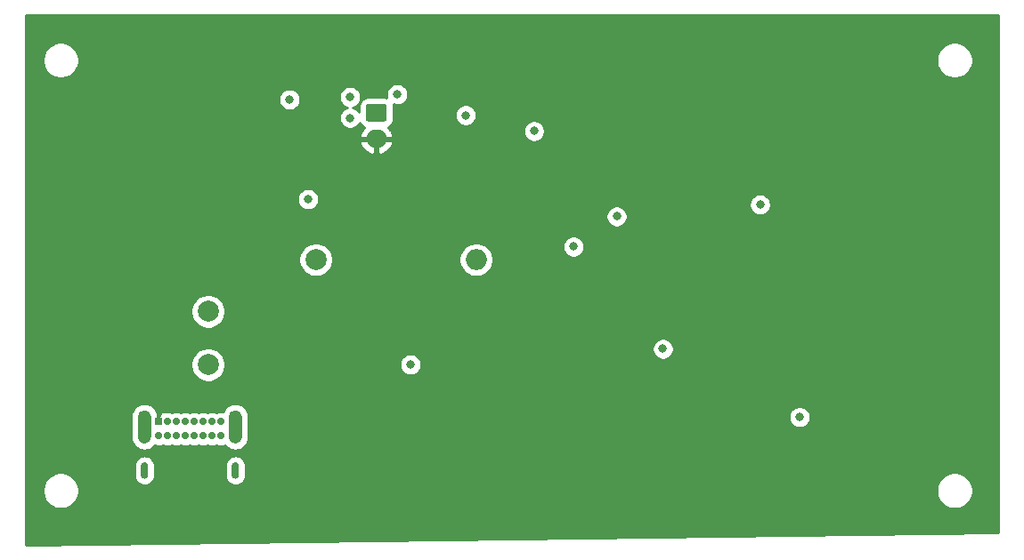
<source format=gbr>
%TF.GenerationSoftware,KiCad,Pcbnew,(5.1.10)-1*%
%TF.CreationDate,2022-10-02T14:19:25-06:00*%
%TF.ProjectId,PowerSupply,506f7765-7253-4757-9070-6c792e6b6963,rev?*%
%TF.SameCoordinates,Original*%
%TF.FileFunction,Copper,L3,Inr*%
%TF.FilePolarity,Positive*%
%FSLAX46Y46*%
G04 Gerber Fmt 4.6, Leading zero omitted, Abs format (unit mm)*
G04 Created by KiCad (PCBNEW (5.1.10)-1) date 2022-10-02 14:19:25*
%MOMM*%
%LPD*%
G01*
G04 APERTURE LIST*
%TA.AperFunction,ComponentPad*%
%ADD10O,2.000000X2.000000*%
%TD*%
%TA.AperFunction,ComponentPad*%
%ADD11C,2.000000*%
%TD*%
%TA.AperFunction,ComponentPad*%
%ADD12O,2.000000X1.700000*%
%TD*%
%TA.AperFunction,ComponentPad*%
%ADD13C,0.700000*%
%TD*%
%TA.AperFunction,ComponentPad*%
%ADD14R,0.700000X0.700000*%
%TD*%
%TA.AperFunction,ViaPad*%
%ADD15C,0.800000*%
%TD*%
%TA.AperFunction,Conductor*%
%ADD16C,0.254000*%
%TD*%
%TA.AperFunction,Conductor*%
%ADD17C,0.100000*%
%TD*%
G04 APERTURE END LIST*
D10*
%TO.N,Net-(D201-Pad2)*%
%TO.C,L201*%
X87560000Y-67100000D03*
D11*
%TO.N,VCC*%
X72320000Y-67100000D03*
%TD*%
D12*
%TO.N,GND*%
%TO.C,J302*%
X78070000Y-55600000D03*
%TO.N,+BATT*%
%TA.AperFunction,ComponentPad*%
G36*
G01*
X77320000Y-52250000D02*
X78820000Y-52250000D01*
G75*
G02*
X79070000Y-52500000I0J-250000D01*
G01*
X79070000Y-53700000D01*
G75*
G02*
X78820000Y-53950000I-250000J0D01*
G01*
X77320000Y-53950000D01*
G75*
G02*
X77070000Y-53700000I0J250000D01*
G01*
X77070000Y-52500000D01*
G75*
G02*
X77320000Y-52250000I250000J0D01*
G01*
G37*
%TD.AperFunction*%
%TD*%
%TO.N,N/C*%
%TO.C,e*%
%TA.AperFunction,ComponentPad*%
G36*
G01*
X64315000Y-87635001D02*
X64315000Y-86735001D01*
G75*
G02*
X64665000Y-86385001I350000J0D01*
G01*
X64665000Y-86385001D01*
G75*
G02*
X65015000Y-86735001I0J-350000D01*
G01*
X65015000Y-87635001D01*
G75*
G02*
X64665000Y-87985001I-350000J0D01*
G01*
X64665000Y-87985001D01*
G75*
G02*
X64315000Y-87635001I0J350000D01*
G01*
G37*
%TD.AperFunction*%
%TA.AperFunction,ComponentPad*%
G36*
G01*
X55675000Y-87635001D02*
X55675000Y-86735001D01*
G75*
G02*
X56025000Y-86385001I350000J0D01*
G01*
X56025000Y-86385001D01*
G75*
G02*
X56375000Y-86735001I0J-350000D01*
G01*
X56375000Y-87635001D01*
G75*
G02*
X56025000Y-87985001I-350000J0D01*
G01*
X56025000Y-87985001D01*
G75*
G02*
X55675000Y-87635001I0J350000D01*
G01*
G37*
%TD.AperFunction*%
D13*
X57370000Y-83885002D03*
X58220000Y-83885002D03*
X59070000Y-83885002D03*
X59920000Y-83885002D03*
X60770000Y-83885002D03*
X61620000Y-83885002D03*
X62470000Y-83885002D03*
X63320000Y-83885002D03*
%TO.N,GND*%
X63320000Y-82535001D03*
%TO.N,Net-(FB301-Pad1)*%
X62470000Y-82535001D03*
%TO.N,N/C*%
X61620000Y-82535001D03*
X60770000Y-82535001D03*
X59920000Y-82535001D03*
X59070000Y-82535001D03*
%TO.N,Net-(FB301-Pad1)*%
X58220000Y-82535001D03*
D14*
%TO.N,GND*%
X57370000Y-82535001D03*
%TO.N,N/C*%
%TA.AperFunction,ComponentPad*%
G36*
G01*
X64015000Y-83985001D02*
X64015000Y-82085001D01*
G75*
G02*
X64665000Y-81435001I650000J0D01*
G01*
X64665000Y-81435001D01*
G75*
G02*
X65315000Y-82085001I0J-650000D01*
G01*
X65315000Y-83985001D01*
G75*
G02*
X64665000Y-84635001I-650000J0D01*
G01*
X64665000Y-84635001D01*
G75*
G02*
X64015000Y-83985001I0J650000D01*
G01*
G37*
%TD.AperFunction*%
%TA.AperFunction,ComponentPad*%
G36*
G01*
X55375000Y-83985001D02*
X55375000Y-82085001D01*
G75*
G02*
X56025000Y-81435001I650000J0D01*
G01*
X56025000Y-81435001D01*
G75*
G02*
X56675000Y-82085001I0J-650000D01*
G01*
X56675000Y-83985001D01*
G75*
G02*
X56025000Y-84635001I-650000J0D01*
G01*
X56025000Y-84635001D01*
G75*
G02*
X55375000Y-83985001I0J650000D01*
G01*
G37*
%TD.AperFunction*%
%TD*%
D11*
%TO.N,Net-(FB301-Pad1)*%
%TO.C,FB301*%
X62070000Y-77100000D03*
%TO.N,VBUS*%
X62070000Y-72020000D03*
%TD*%
D15*
%TO.N,GND*%
X65570000Y-80600000D03*
X86820000Y-56850000D03*
X88320000Y-61100000D03*
X60320000Y-46350000D03*
X57320000Y-48100000D03*
X57820000Y-51100000D03*
X59820000Y-48850000D03*
X58820000Y-54350000D03*
X55570000Y-53600000D03*
X55820000Y-45600000D03*
X55570000Y-50100000D03*
X61070000Y-51350000D03*
X54820000Y-56600000D03*
X57070000Y-61350000D03*
X54320000Y-59850000D03*
X55070000Y-65350000D03*
X57570000Y-69600000D03*
X54320000Y-62850000D03*
X54320000Y-70100000D03*
X55320000Y-67850000D03*
X58570000Y-62600000D03*
X76195000Y-78225000D03*
X105570000Y-70100000D03*
X109570000Y-44850000D03*
X114570000Y-45850000D03*
X115070000Y-49100000D03*
X121570000Y-46850000D03*
X118570000Y-45350000D03*
X118570000Y-48850000D03*
X119820000Y-52350000D03*
X117070000Y-53600000D03*
X111570000Y-52100000D03*
X109570000Y-49850000D03*
X110820000Y-47100000D03*
X112820000Y-49850000D03*
X115070000Y-51850000D03*
X122070000Y-50100000D03*
X117570000Y-50850000D03*
X119320000Y-55600000D03*
X113820000Y-54350000D03*
X112320000Y-44350000D03*
X116820000Y-47100000D03*
X121320000Y-44600000D03*
X107320000Y-87850000D03*
X115570000Y-82350000D03*
X112820000Y-75850000D03*
X97570000Y-76600000D03*
X86320000Y-74600000D03*
X86570000Y-76350000D03*
X88820000Y-74850000D03*
X88320000Y-76850000D03*
X74570000Y-57600000D03*
X72820000Y-59100000D03*
X72820000Y-57350000D03*
X69070000Y-60012500D03*
X77320000Y-58850000D03*
X121570000Y-77350000D03*
X123570000Y-77600000D03*
X122570000Y-70850000D03*
X122570000Y-75100000D03*
X121820000Y-72850000D03*
X122820000Y-66100000D03*
X121820000Y-68600000D03*
X121320000Y-62850000D03*
X122820000Y-59350000D03*
X122820000Y-62350000D03*
X122320000Y-56850000D03*
X122070000Y-53850000D03*
X121570000Y-80100000D03*
X123570000Y-81100000D03*
X122820000Y-89850000D03*
X124070000Y-88100000D03*
X122820000Y-85350000D03*
X123570000Y-83350000D03*
X53320000Y-73350000D03*
X53320000Y-75100000D03*
X53320000Y-77600000D03*
%TO.N,Net-(C202-Pad1)*%
X86570000Y-53350000D03*
X93070000Y-54850000D03*
%TO.N,+BATT*%
X81320000Y-77100000D03*
X80070000Y-51350000D03*
X75570000Y-51600000D03*
X75570000Y-53600000D03*
X69820000Y-51850000D03*
%TO.N,Net-(R206-Pad1)*%
X96820000Y-65850000D03*
X105320000Y-75600000D03*
%TO.N,Net-(R209-Pad2)*%
X100935000Y-62985000D03*
X114570000Y-61850000D03*
%TO.N,CHG_STAT*%
X71570000Y-61350000D03*
X118320000Y-82100000D03*
%TD*%
D16*
%TO.N,GND*%
X137193000Y-93044728D02*
X44737000Y-94311248D01*
X44737000Y-88929117D01*
X46335000Y-88929117D01*
X46335000Y-89270883D01*
X46401675Y-89606081D01*
X46532463Y-89921831D01*
X46722337Y-90205998D01*
X46964002Y-90447663D01*
X47248169Y-90637537D01*
X47563919Y-90768325D01*
X47899117Y-90835000D01*
X48240883Y-90835000D01*
X48576081Y-90768325D01*
X48891831Y-90637537D01*
X49175998Y-90447663D01*
X49417663Y-90205998D01*
X49607537Y-89921831D01*
X49738325Y-89606081D01*
X49805000Y-89270883D01*
X49805000Y-88929117D01*
X131335000Y-88929117D01*
X131335000Y-89270883D01*
X131401675Y-89606081D01*
X131532463Y-89921831D01*
X131722337Y-90205998D01*
X131964002Y-90447663D01*
X132248169Y-90637537D01*
X132563919Y-90768325D01*
X132899117Y-90835000D01*
X133240883Y-90835000D01*
X133576081Y-90768325D01*
X133891831Y-90637537D01*
X134175998Y-90447663D01*
X134417663Y-90205998D01*
X134607537Y-89921831D01*
X134738325Y-89606081D01*
X134805000Y-89270883D01*
X134805000Y-88929117D01*
X134738325Y-88593919D01*
X134607537Y-88278169D01*
X134417663Y-87994002D01*
X134175998Y-87752337D01*
X133891831Y-87562463D01*
X133576081Y-87431675D01*
X133240883Y-87365000D01*
X132899117Y-87365000D01*
X132563919Y-87431675D01*
X132248169Y-87562463D01*
X131964002Y-87752337D01*
X131722337Y-87994002D01*
X131532463Y-88278169D01*
X131401675Y-88593919D01*
X131335000Y-88929117D01*
X49805000Y-88929117D01*
X49738325Y-88593919D01*
X49607537Y-88278169D01*
X49417663Y-87994002D01*
X49175998Y-87752337D01*
X48891831Y-87562463D01*
X48576081Y-87431675D01*
X48240883Y-87365000D01*
X47899117Y-87365000D01*
X47563919Y-87431675D01*
X47248169Y-87562463D01*
X46964002Y-87752337D01*
X46722337Y-87994002D01*
X46532463Y-88278169D01*
X46401675Y-88593919D01*
X46335000Y-88929117D01*
X44737000Y-88929117D01*
X44737000Y-86735001D01*
X55036927Y-86735001D01*
X55036927Y-87635001D01*
X55055913Y-87827764D01*
X55112140Y-88013120D01*
X55203447Y-88183944D01*
X55326327Y-88333673D01*
X55476056Y-88456553D01*
X55646880Y-88547860D01*
X55832236Y-88604087D01*
X56024999Y-88623073D01*
X56025001Y-88623073D01*
X56217764Y-88604087D01*
X56403120Y-88547860D01*
X56573944Y-88456553D01*
X56723673Y-88333673D01*
X56846553Y-88183944D01*
X56937860Y-88013120D01*
X56994087Y-87827764D01*
X57013073Y-87635001D01*
X57013073Y-86735001D01*
X63676927Y-86735001D01*
X63676927Y-87635001D01*
X63695913Y-87827764D01*
X63752140Y-88013120D01*
X63843447Y-88183944D01*
X63966327Y-88333673D01*
X64116056Y-88456553D01*
X64286880Y-88547860D01*
X64472236Y-88604087D01*
X64664999Y-88623073D01*
X64665001Y-88623073D01*
X64857764Y-88604087D01*
X65043120Y-88547860D01*
X65213944Y-88456553D01*
X65363673Y-88333673D01*
X65486553Y-88183944D01*
X65577860Y-88013120D01*
X65634087Y-87827764D01*
X65653073Y-87635001D01*
X65653073Y-86735001D01*
X65634087Y-86542238D01*
X65577860Y-86356882D01*
X65486553Y-86186058D01*
X65363673Y-86036329D01*
X65213944Y-85913449D01*
X65043120Y-85822142D01*
X64857764Y-85765915D01*
X64665001Y-85746929D01*
X64664999Y-85746929D01*
X64472236Y-85765915D01*
X64286880Y-85822142D01*
X64116056Y-85913449D01*
X63966327Y-86036329D01*
X63843447Y-86186058D01*
X63752140Y-86356882D01*
X63695913Y-86542238D01*
X63676927Y-86735001D01*
X57013073Y-86735001D01*
X56994087Y-86542238D01*
X56937860Y-86356882D01*
X56846553Y-86186058D01*
X56723673Y-86036329D01*
X56573944Y-85913449D01*
X56403120Y-85822142D01*
X56217764Y-85765915D01*
X56025001Y-85746929D01*
X56024999Y-85746929D01*
X55832236Y-85765915D01*
X55646880Y-85822142D01*
X55476056Y-85913449D01*
X55326327Y-86036329D01*
X55203447Y-86186058D01*
X55112140Y-86356882D01*
X55055913Y-86542238D01*
X55036927Y-86735001D01*
X44737000Y-86735001D01*
X44737000Y-82085001D01*
X54736927Y-82085001D01*
X54736927Y-83985001D01*
X54761677Y-84236291D01*
X54834976Y-84477925D01*
X54954006Y-84700615D01*
X55114195Y-84895805D01*
X55309385Y-85055994D01*
X55532075Y-85175024D01*
X55773709Y-85248323D01*
X56024999Y-85273073D01*
X56025001Y-85273073D01*
X56276291Y-85248323D01*
X56517925Y-85175024D01*
X56740615Y-85055994D01*
X56935805Y-84895805D01*
X57012056Y-84802893D01*
X57082686Y-84832149D01*
X57272986Y-84870002D01*
X57467014Y-84870002D01*
X57657314Y-84832149D01*
X57795000Y-84775118D01*
X57932686Y-84832149D01*
X58122986Y-84870002D01*
X58317014Y-84870002D01*
X58507314Y-84832149D01*
X58645000Y-84775118D01*
X58782686Y-84832149D01*
X58972986Y-84870002D01*
X59167014Y-84870002D01*
X59357314Y-84832149D01*
X59495000Y-84775118D01*
X59632686Y-84832149D01*
X59822986Y-84870002D01*
X60017014Y-84870002D01*
X60207314Y-84832149D01*
X60345000Y-84775118D01*
X60482686Y-84832149D01*
X60672986Y-84870002D01*
X60867014Y-84870002D01*
X61057314Y-84832149D01*
X61195000Y-84775118D01*
X61332686Y-84832149D01*
X61522986Y-84870002D01*
X61717014Y-84870002D01*
X61907314Y-84832149D01*
X62045000Y-84775118D01*
X62182686Y-84832149D01*
X62372986Y-84870002D01*
X62567014Y-84870002D01*
X62757314Y-84832149D01*
X62895000Y-84775118D01*
X63032686Y-84832149D01*
X63222986Y-84870002D01*
X63417014Y-84870002D01*
X63607314Y-84832149D01*
X63677944Y-84802893D01*
X63754195Y-84895805D01*
X63949385Y-85055994D01*
X64172075Y-85175024D01*
X64413709Y-85248323D01*
X64664999Y-85273073D01*
X64665001Y-85273073D01*
X64916291Y-85248323D01*
X65157925Y-85175024D01*
X65380615Y-85055994D01*
X65575805Y-84895805D01*
X65735994Y-84700615D01*
X65855024Y-84477925D01*
X65928323Y-84236291D01*
X65953073Y-83985001D01*
X65953073Y-82085001D01*
X65944511Y-81998061D01*
X117285000Y-81998061D01*
X117285000Y-82201939D01*
X117324774Y-82401898D01*
X117402795Y-82590256D01*
X117516063Y-82759774D01*
X117660226Y-82903937D01*
X117829744Y-83017205D01*
X118018102Y-83095226D01*
X118218061Y-83135000D01*
X118421939Y-83135000D01*
X118621898Y-83095226D01*
X118810256Y-83017205D01*
X118979774Y-82903937D01*
X119123937Y-82759774D01*
X119237205Y-82590256D01*
X119315226Y-82401898D01*
X119355000Y-82201939D01*
X119355000Y-81998061D01*
X119315226Y-81798102D01*
X119237205Y-81609744D01*
X119123937Y-81440226D01*
X118979774Y-81296063D01*
X118810256Y-81182795D01*
X118621898Y-81104774D01*
X118421939Y-81065000D01*
X118218061Y-81065000D01*
X118018102Y-81104774D01*
X117829744Y-81182795D01*
X117660226Y-81296063D01*
X117516063Y-81440226D01*
X117402795Y-81609744D01*
X117324774Y-81798102D01*
X117285000Y-81998061D01*
X65944511Y-81998061D01*
X65928323Y-81833711D01*
X65855024Y-81592077D01*
X65735994Y-81369387D01*
X65575805Y-81174197D01*
X65380615Y-81014008D01*
X65157925Y-80894978D01*
X64916291Y-80821679D01*
X64665001Y-80796929D01*
X64664999Y-80796929D01*
X64413709Y-80821679D01*
X64172075Y-80894978D01*
X63949385Y-81014008D01*
X63754195Y-81174197D01*
X63594006Y-81369387D01*
X63489852Y-81564247D01*
X63425656Y-81550891D01*
X63231636Y-81549188D01*
X63041011Y-81585369D01*
X62894349Y-81644616D01*
X62757314Y-81587854D01*
X62567014Y-81550001D01*
X62372986Y-81550001D01*
X62182686Y-81587854D01*
X62045000Y-81644885D01*
X61907314Y-81587854D01*
X61717014Y-81550001D01*
X61522986Y-81550001D01*
X61332686Y-81587854D01*
X61195000Y-81644885D01*
X61057314Y-81587854D01*
X60867014Y-81550001D01*
X60672986Y-81550001D01*
X60482686Y-81587854D01*
X60345000Y-81644885D01*
X60207314Y-81587854D01*
X60017014Y-81550001D01*
X59822986Y-81550001D01*
X59632686Y-81587854D01*
X59495000Y-81644885D01*
X59357314Y-81587854D01*
X59167014Y-81550001D01*
X58972986Y-81550001D01*
X58782686Y-81587854D01*
X58645000Y-81644885D01*
X58507314Y-81587854D01*
X58317014Y-81550001D01*
X58122986Y-81550001D01*
X57936486Y-81587098D01*
X57844482Y-81559189D01*
X57720000Y-81546929D01*
X57655750Y-81550001D01*
X57497000Y-81708751D01*
X57497000Y-81865001D01*
X57454901Y-81907100D01*
X57347104Y-82068429D01*
X57313073Y-82150587D01*
X57313073Y-82085001D01*
X57288323Y-81833711D01*
X57215024Y-81592077D01*
X57095994Y-81369387D01*
X56935805Y-81174197D01*
X56740615Y-81014008D01*
X56517925Y-80894978D01*
X56276291Y-80821679D01*
X56025001Y-80796929D01*
X56024999Y-80796929D01*
X55773709Y-80821679D01*
X55532075Y-80894978D01*
X55309385Y-81014008D01*
X55114195Y-81174197D01*
X54954006Y-81369387D01*
X54834976Y-81592077D01*
X54761677Y-81833711D01*
X54736927Y-82085001D01*
X44737000Y-82085001D01*
X44737000Y-76938967D01*
X60435000Y-76938967D01*
X60435000Y-77261033D01*
X60497832Y-77576912D01*
X60621082Y-77874463D01*
X60800013Y-78142252D01*
X61027748Y-78369987D01*
X61295537Y-78548918D01*
X61593088Y-78672168D01*
X61908967Y-78735000D01*
X62231033Y-78735000D01*
X62546912Y-78672168D01*
X62844463Y-78548918D01*
X63112252Y-78369987D01*
X63339987Y-78142252D01*
X63518918Y-77874463D01*
X63642168Y-77576912D01*
X63705000Y-77261033D01*
X63705000Y-76998061D01*
X80285000Y-76998061D01*
X80285000Y-77201939D01*
X80324774Y-77401898D01*
X80402795Y-77590256D01*
X80516063Y-77759774D01*
X80660226Y-77903937D01*
X80829744Y-78017205D01*
X81018102Y-78095226D01*
X81218061Y-78135000D01*
X81421939Y-78135000D01*
X81621898Y-78095226D01*
X81810256Y-78017205D01*
X81979774Y-77903937D01*
X82123937Y-77759774D01*
X82237205Y-77590256D01*
X82315226Y-77401898D01*
X82355000Y-77201939D01*
X82355000Y-76998061D01*
X82315226Y-76798102D01*
X82237205Y-76609744D01*
X82123937Y-76440226D01*
X81979774Y-76296063D01*
X81810256Y-76182795D01*
X81621898Y-76104774D01*
X81421939Y-76065000D01*
X81218061Y-76065000D01*
X81018102Y-76104774D01*
X80829744Y-76182795D01*
X80660226Y-76296063D01*
X80516063Y-76440226D01*
X80402795Y-76609744D01*
X80324774Y-76798102D01*
X80285000Y-76998061D01*
X63705000Y-76998061D01*
X63705000Y-76938967D01*
X63642168Y-76623088D01*
X63518918Y-76325537D01*
X63339987Y-76057748D01*
X63112252Y-75830013D01*
X62844463Y-75651082D01*
X62546912Y-75527832D01*
X62397243Y-75498061D01*
X104285000Y-75498061D01*
X104285000Y-75701939D01*
X104324774Y-75901898D01*
X104402795Y-76090256D01*
X104516063Y-76259774D01*
X104660226Y-76403937D01*
X104829744Y-76517205D01*
X105018102Y-76595226D01*
X105218061Y-76635000D01*
X105421939Y-76635000D01*
X105621898Y-76595226D01*
X105810256Y-76517205D01*
X105979774Y-76403937D01*
X106123937Y-76259774D01*
X106237205Y-76090256D01*
X106315226Y-75901898D01*
X106355000Y-75701939D01*
X106355000Y-75498061D01*
X106315226Y-75298102D01*
X106237205Y-75109744D01*
X106123937Y-74940226D01*
X105979774Y-74796063D01*
X105810256Y-74682795D01*
X105621898Y-74604774D01*
X105421939Y-74565000D01*
X105218061Y-74565000D01*
X105018102Y-74604774D01*
X104829744Y-74682795D01*
X104660226Y-74796063D01*
X104516063Y-74940226D01*
X104402795Y-75109744D01*
X104324774Y-75298102D01*
X104285000Y-75498061D01*
X62397243Y-75498061D01*
X62231033Y-75465000D01*
X61908967Y-75465000D01*
X61593088Y-75527832D01*
X61295537Y-75651082D01*
X61027748Y-75830013D01*
X60800013Y-76057748D01*
X60621082Y-76325537D01*
X60497832Y-76623088D01*
X60435000Y-76938967D01*
X44737000Y-76938967D01*
X44737000Y-71858967D01*
X60435000Y-71858967D01*
X60435000Y-72181033D01*
X60497832Y-72496912D01*
X60621082Y-72794463D01*
X60800013Y-73062252D01*
X61027748Y-73289987D01*
X61295537Y-73468918D01*
X61593088Y-73592168D01*
X61908967Y-73655000D01*
X62231033Y-73655000D01*
X62546912Y-73592168D01*
X62844463Y-73468918D01*
X63112252Y-73289987D01*
X63339987Y-73062252D01*
X63518918Y-72794463D01*
X63642168Y-72496912D01*
X63705000Y-72181033D01*
X63705000Y-71858967D01*
X63642168Y-71543088D01*
X63518918Y-71245537D01*
X63339987Y-70977748D01*
X63112252Y-70750013D01*
X62844463Y-70571082D01*
X62546912Y-70447832D01*
X62231033Y-70385000D01*
X61908967Y-70385000D01*
X61593088Y-70447832D01*
X61295537Y-70571082D01*
X61027748Y-70750013D01*
X60800013Y-70977748D01*
X60621082Y-71245537D01*
X60497832Y-71543088D01*
X60435000Y-71858967D01*
X44737000Y-71858967D01*
X44737000Y-66938967D01*
X70685000Y-66938967D01*
X70685000Y-67261033D01*
X70747832Y-67576912D01*
X70871082Y-67874463D01*
X71050013Y-68142252D01*
X71277748Y-68369987D01*
X71545537Y-68548918D01*
X71843088Y-68672168D01*
X72158967Y-68735000D01*
X72481033Y-68735000D01*
X72796912Y-68672168D01*
X73094463Y-68548918D01*
X73362252Y-68369987D01*
X73589987Y-68142252D01*
X73768918Y-67874463D01*
X73892168Y-67576912D01*
X73955000Y-67261033D01*
X73955000Y-66938967D01*
X85925000Y-66938967D01*
X85925000Y-67261033D01*
X85987832Y-67576912D01*
X86111082Y-67874463D01*
X86290013Y-68142252D01*
X86517748Y-68369987D01*
X86785537Y-68548918D01*
X87083088Y-68672168D01*
X87398967Y-68735000D01*
X87721033Y-68735000D01*
X88036912Y-68672168D01*
X88334463Y-68548918D01*
X88602252Y-68369987D01*
X88829987Y-68142252D01*
X89008918Y-67874463D01*
X89132168Y-67576912D01*
X89195000Y-67261033D01*
X89195000Y-66938967D01*
X89132168Y-66623088D01*
X89008918Y-66325537D01*
X88829987Y-66057748D01*
X88602252Y-65830013D01*
X88479603Y-65748061D01*
X95785000Y-65748061D01*
X95785000Y-65951939D01*
X95824774Y-66151898D01*
X95902795Y-66340256D01*
X96016063Y-66509774D01*
X96160226Y-66653937D01*
X96329744Y-66767205D01*
X96518102Y-66845226D01*
X96718061Y-66885000D01*
X96921939Y-66885000D01*
X97121898Y-66845226D01*
X97310256Y-66767205D01*
X97479774Y-66653937D01*
X97623937Y-66509774D01*
X97737205Y-66340256D01*
X97815226Y-66151898D01*
X97855000Y-65951939D01*
X97855000Y-65748061D01*
X97815226Y-65548102D01*
X97737205Y-65359744D01*
X97623937Y-65190226D01*
X97479774Y-65046063D01*
X97310256Y-64932795D01*
X97121898Y-64854774D01*
X96921939Y-64815000D01*
X96718061Y-64815000D01*
X96518102Y-64854774D01*
X96329744Y-64932795D01*
X96160226Y-65046063D01*
X96016063Y-65190226D01*
X95902795Y-65359744D01*
X95824774Y-65548102D01*
X95785000Y-65748061D01*
X88479603Y-65748061D01*
X88334463Y-65651082D01*
X88036912Y-65527832D01*
X87721033Y-65465000D01*
X87398967Y-65465000D01*
X87083088Y-65527832D01*
X86785537Y-65651082D01*
X86517748Y-65830013D01*
X86290013Y-66057748D01*
X86111082Y-66325537D01*
X85987832Y-66623088D01*
X85925000Y-66938967D01*
X73955000Y-66938967D01*
X73892168Y-66623088D01*
X73768918Y-66325537D01*
X73589987Y-66057748D01*
X73362252Y-65830013D01*
X73094463Y-65651082D01*
X72796912Y-65527832D01*
X72481033Y-65465000D01*
X72158967Y-65465000D01*
X71843088Y-65527832D01*
X71545537Y-65651082D01*
X71277748Y-65830013D01*
X71050013Y-66057748D01*
X70871082Y-66325537D01*
X70747832Y-66623088D01*
X70685000Y-66938967D01*
X44737000Y-66938967D01*
X44737000Y-62883061D01*
X99900000Y-62883061D01*
X99900000Y-63086939D01*
X99939774Y-63286898D01*
X100017795Y-63475256D01*
X100131063Y-63644774D01*
X100275226Y-63788937D01*
X100444744Y-63902205D01*
X100633102Y-63980226D01*
X100833061Y-64020000D01*
X101036939Y-64020000D01*
X101236898Y-63980226D01*
X101425256Y-63902205D01*
X101594774Y-63788937D01*
X101738937Y-63644774D01*
X101852205Y-63475256D01*
X101930226Y-63286898D01*
X101970000Y-63086939D01*
X101970000Y-62883061D01*
X101930226Y-62683102D01*
X101852205Y-62494744D01*
X101738937Y-62325226D01*
X101594774Y-62181063D01*
X101425256Y-62067795D01*
X101236898Y-61989774D01*
X101036939Y-61950000D01*
X100833061Y-61950000D01*
X100633102Y-61989774D01*
X100444744Y-62067795D01*
X100275226Y-62181063D01*
X100131063Y-62325226D01*
X100017795Y-62494744D01*
X99939774Y-62683102D01*
X99900000Y-62883061D01*
X44737000Y-62883061D01*
X44737000Y-61248061D01*
X70535000Y-61248061D01*
X70535000Y-61451939D01*
X70574774Y-61651898D01*
X70652795Y-61840256D01*
X70766063Y-62009774D01*
X70910226Y-62153937D01*
X71079744Y-62267205D01*
X71268102Y-62345226D01*
X71468061Y-62385000D01*
X71671939Y-62385000D01*
X71871898Y-62345226D01*
X72060256Y-62267205D01*
X72229774Y-62153937D01*
X72373937Y-62009774D01*
X72487205Y-61840256D01*
X72525393Y-61748061D01*
X113535000Y-61748061D01*
X113535000Y-61951939D01*
X113574774Y-62151898D01*
X113652795Y-62340256D01*
X113766063Y-62509774D01*
X113910226Y-62653937D01*
X114079744Y-62767205D01*
X114268102Y-62845226D01*
X114468061Y-62885000D01*
X114671939Y-62885000D01*
X114871898Y-62845226D01*
X115060256Y-62767205D01*
X115229774Y-62653937D01*
X115373937Y-62509774D01*
X115487205Y-62340256D01*
X115565226Y-62151898D01*
X115605000Y-61951939D01*
X115605000Y-61748061D01*
X115565226Y-61548102D01*
X115487205Y-61359744D01*
X115373937Y-61190226D01*
X115229774Y-61046063D01*
X115060256Y-60932795D01*
X114871898Y-60854774D01*
X114671939Y-60815000D01*
X114468061Y-60815000D01*
X114268102Y-60854774D01*
X114079744Y-60932795D01*
X113910226Y-61046063D01*
X113766063Y-61190226D01*
X113652795Y-61359744D01*
X113574774Y-61548102D01*
X113535000Y-61748061D01*
X72525393Y-61748061D01*
X72565226Y-61651898D01*
X72605000Y-61451939D01*
X72605000Y-61248061D01*
X72565226Y-61048102D01*
X72487205Y-60859744D01*
X72373937Y-60690226D01*
X72229774Y-60546063D01*
X72060256Y-60432795D01*
X71871898Y-60354774D01*
X71671939Y-60315000D01*
X71468061Y-60315000D01*
X71268102Y-60354774D01*
X71079744Y-60432795D01*
X70910226Y-60546063D01*
X70766063Y-60690226D01*
X70652795Y-60859744D01*
X70574774Y-61048102D01*
X70535000Y-61248061D01*
X44737000Y-61248061D01*
X44737000Y-55956890D01*
X76478524Y-55956890D01*
X76480446Y-55969261D01*
X76580146Y-56243009D01*
X76731336Y-56492046D01*
X76928205Y-56706802D01*
X77163188Y-56879025D01*
X77427255Y-57002096D01*
X77710258Y-57071285D01*
X77943000Y-56927232D01*
X77943000Y-55727000D01*
X78197000Y-55727000D01*
X78197000Y-56927232D01*
X78429742Y-57071285D01*
X78712745Y-57002096D01*
X78976812Y-56879025D01*
X79211795Y-56706802D01*
X79408664Y-56492046D01*
X79559854Y-56243009D01*
X79659554Y-55969261D01*
X79661476Y-55956890D01*
X79540155Y-55727000D01*
X78197000Y-55727000D01*
X77943000Y-55727000D01*
X76599845Y-55727000D01*
X76478524Y-55956890D01*
X44737000Y-55956890D01*
X44737000Y-51748061D01*
X68785000Y-51748061D01*
X68785000Y-51951939D01*
X68824774Y-52151898D01*
X68902795Y-52340256D01*
X69016063Y-52509774D01*
X69160226Y-52653937D01*
X69329744Y-52767205D01*
X69518102Y-52845226D01*
X69718061Y-52885000D01*
X69921939Y-52885000D01*
X70121898Y-52845226D01*
X70310256Y-52767205D01*
X70479774Y-52653937D01*
X70623937Y-52509774D01*
X70737205Y-52340256D01*
X70815226Y-52151898D01*
X70855000Y-51951939D01*
X70855000Y-51748061D01*
X70815226Y-51548102D01*
X70794499Y-51498061D01*
X74535000Y-51498061D01*
X74535000Y-51701939D01*
X74574774Y-51901898D01*
X74652795Y-52090256D01*
X74766063Y-52259774D01*
X74910226Y-52403937D01*
X75079744Y-52517205D01*
X75268102Y-52595226D01*
X75292103Y-52600000D01*
X75268102Y-52604774D01*
X75079744Y-52682795D01*
X74910226Y-52796063D01*
X74766063Y-52940226D01*
X74652795Y-53109744D01*
X74574774Y-53298102D01*
X74535000Y-53498061D01*
X74535000Y-53701939D01*
X74574774Y-53901898D01*
X74652795Y-54090256D01*
X74766063Y-54259774D01*
X74910226Y-54403937D01*
X75079744Y-54517205D01*
X75268102Y-54595226D01*
X75468061Y-54635000D01*
X75671939Y-54635000D01*
X75871898Y-54595226D01*
X76060256Y-54517205D01*
X76229774Y-54403937D01*
X76373937Y-54259774D01*
X76487205Y-54090256D01*
X76504348Y-54048868D01*
X76581595Y-54193386D01*
X76692038Y-54327962D01*
X76826614Y-54438405D01*
X76928593Y-54492914D01*
X76928205Y-54493198D01*
X76731336Y-54707954D01*
X76580146Y-54956991D01*
X76480446Y-55230739D01*
X76478524Y-55243110D01*
X76599845Y-55473000D01*
X77943000Y-55473000D01*
X77943000Y-55453000D01*
X78197000Y-55453000D01*
X78197000Y-55473000D01*
X79540155Y-55473000D01*
X79661476Y-55243110D01*
X79659554Y-55230739D01*
X79559854Y-54956991D01*
X79433013Y-54748061D01*
X92035000Y-54748061D01*
X92035000Y-54951939D01*
X92074774Y-55151898D01*
X92152795Y-55340256D01*
X92266063Y-55509774D01*
X92410226Y-55653937D01*
X92579744Y-55767205D01*
X92768102Y-55845226D01*
X92968061Y-55885000D01*
X93171939Y-55885000D01*
X93371898Y-55845226D01*
X93560256Y-55767205D01*
X93729774Y-55653937D01*
X93873937Y-55509774D01*
X93987205Y-55340256D01*
X94065226Y-55151898D01*
X94105000Y-54951939D01*
X94105000Y-54748061D01*
X94065226Y-54548102D01*
X93987205Y-54359744D01*
X93873937Y-54190226D01*
X93729774Y-54046063D01*
X93560256Y-53932795D01*
X93371898Y-53854774D01*
X93171939Y-53815000D01*
X92968061Y-53815000D01*
X92768102Y-53854774D01*
X92579744Y-53932795D01*
X92410226Y-54046063D01*
X92266063Y-54190226D01*
X92152795Y-54359744D01*
X92074774Y-54548102D01*
X92035000Y-54748061D01*
X79433013Y-54748061D01*
X79408664Y-54707954D01*
X79211795Y-54493198D01*
X79211407Y-54492914D01*
X79313386Y-54438405D01*
X79447962Y-54327962D01*
X79558405Y-54193386D01*
X79640472Y-54039850D01*
X79691008Y-53873254D01*
X79708072Y-53700000D01*
X79708072Y-53248061D01*
X85535000Y-53248061D01*
X85535000Y-53451939D01*
X85574774Y-53651898D01*
X85652795Y-53840256D01*
X85766063Y-54009774D01*
X85910226Y-54153937D01*
X86079744Y-54267205D01*
X86268102Y-54345226D01*
X86468061Y-54385000D01*
X86671939Y-54385000D01*
X86871898Y-54345226D01*
X87060256Y-54267205D01*
X87229774Y-54153937D01*
X87373937Y-54009774D01*
X87487205Y-53840256D01*
X87565226Y-53651898D01*
X87605000Y-53451939D01*
X87605000Y-53248061D01*
X87565226Y-53048102D01*
X87487205Y-52859744D01*
X87373937Y-52690226D01*
X87229774Y-52546063D01*
X87060256Y-52432795D01*
X86871898Y-52354774D01*
X86671939Y-52315000D01*
X86468061Y-52315000D01*
X86268102Y-52354774D01*
X86079744Y-52432795D01*
X85910226Y-52546063D01*
X85766063Y-52690226D01*
X85652795Y-52859744D01*
X85574774Y-53048102D01*
X85535000Y-53248061D01*
X79708072Y-53248061D01*
X79708072Y-52500000D01*
X79691008Y-52326746D01*
X79686340Y-52311359D01*
X79768102Y-52345226D01*
X79968061Y-52385000D01*
X80171939Y-52385000D01*
X80371898Y-52345226D01*
X80560256Y-52267205D01*
X80729774Y-52153937D01*
X80873937Y-52009774D01*
X80987205Y-51840256D01*
X81065226Y-51651898D01*
X81105000Y-51451939D01*
X81105000Y-51248061D01*
X81065226Y-51048102D01*
X80987205Y-50859744D01*
X80873937Y-50690226D01*
X80729774Y-50546063D01*
X80560256Y-50432795D01*
X80371898Y-50354774D01*
X80171939Y-50315000D01*
X79968061Y-50315000D01*
X79768102Y-50354774D01*
X79579744Y-50432795D01*
X79410226Y-50546063D01*
X79266063Y-50690226D01*
X79152795Y-50859744D01*
X79074774Y-51048102D01*
X79035000Y-51248061D01*
X79035000Y-51451939D01*
X79074774Y-51651898D01*
X79075637Y-51653983D01*
X78993254Y-51628992D01*
X78820000Y-51611928D01*
X77320000Y-51611928D01*
X77146746Y-51628992D01*
X76980150Y-51679528D01*
X76826614Y-51761595D01*
X76692038Y-51872038D01*
X76581595Y-52006614D01*
X76499528Y-52160150D01*
X76448992Y-52326746D01*
X76431928Y-52500000D01*
X76431928Y-53027016D01*
X76373937Y-52940226D01*
X76229774Y-52796063D01*
X76060256Y-52682795D01*
X75871898Y-52604774D01*
X75847897Y-52600000D01*
X75871898Y-52595226D01*
X76060256Y-52517205D01*
X76229774Y-52403937D01*
X76373937Y-52259774D01*
X76487205Y-52090256D01*
X76565226Y-51901898D01*
X76605000Y-51701939D01*
X76605000Y-51498061D01*
X76565226Y-51298102D01*
X76487205Y-51109744D01*
X76373937Y-50940226D01*
X76229774Y-50796063D01*
X76060256Y-50682795D01*
X75871898Y-50604774D01*
X75671939Y-50565000D01*
X75468061Y-50565000D01*
X75268102Y-50604774D01*
X75079744Y-50682795D01*
X74910226Y-50796063D01*
X74766063Y-50940226D01*
X74652795Y-51109744D01*
X74574774Y-51298102D01*
X74535000Y-51498061D01*
X70794499Y-51498061D01*
X70737205Y-51359744D01*
X70623937Y-51190226D01*
X70479774Y-51046063D01*
X70310256Y-50932795D01*
X70121898Y-50854774D01*
X69921939Y-50815000D01*
X69718061Y-50815000D01*
X69518102Y-50854774D01*
X69329744Y-50932795D01*
X69160226Y-51046063D01*
X69016063Y-51190226D01*
X68902795Y-51359744D01*
X68824774Y-51548102D01*
X68785000Y-51748061D01*
X44737000Y-51748061D01*
X44737000Y-47929117D01*
X46335000Y-47929117D01*
X46335000Y-48270883D01*
X46401675Y-48606081D01*
X46532463Y-48921831D01*
X46722337Y-49205998D01*
X46964002Y-49447663D01*
X47248169Y-49637537D01*
X47563919Y-49768325D01*
X47899117Y-49835000D01*
X48240883Y-49835000D01*
X48576081Y-49768325D01*
X48891831Y-49637537D01*
X49175998Y-49447663D01*
X49417663Y-49205998D01*
X49607537Y-48921831D01*
X49738325Y-48606081D01*
X49805000Y-48270883D01*
X49805000Y-47929117D01*
X131335000Y-47929117D01*
X131335000Y-48270883D01*
X131401675Y-48606081D01*
X131532463Y-48921831D01*
X131722337Y-49205998D01*
X131964002Y-49447663D01*
X132248169Y-49637537D01*
X132563919Y-49768325D01*
X132899117Y-49835000D01*
X133240883Y-49835000D01*
X133576081Y-49768325D01*
X133891831Y-49637537D01*
X134175998Y-49447663D01*
X134417663Y-49205998D01*
X134607537Y-48921831D01*
X134738325Y-48606081D01*
X134805000Y-48270883D01*
X134805000Y-47929117D01*
X134738325Y-47593919D01*
X134607537Y-47278169D01*
X134417663Y-46994002D01*
X134175998Y-46752337D01*
X133891831Y-46562463D01*
X133576081Y-46431675D01*
X133240883Y-46365000D01*
X132899117Y-46365000D01*
X132563919Y-46431675D01*
X132248169Y-46562463D01*
X131964002Y-46752337D01*
X131722337Y-46994002D01*
X131532463Y-47278169D01*
X131401675Y-47593919D01*
X131335000Y-47929117D01*
X49805000Y-47929117D01*
X49738325Y-47593919D01*
X49607537Y-47278169D01*
X49417663Y-46994002D01*
X49175998Y-46752337D01*
X48891831Y-46562463D01*
X48576081Y-46431675D01*
X48240883Y-46365000D01*
X47899117Y-46365000D01*
X47563919Y-46431675D01*
X47248169Y-46562463D01*
X46964002Y-46752337D01*
X46722337Y-46994002D01*
X46532463Y-47278169D01*
X46401675Y-47593919D01*
X46335000Y-47929117D01*
X44737000Y-47929117D01*
X44737000Y-43767000D01*
X137193000Y-43767000D01*
X137193000Y-93044728D01*
%TA.AperFunction,Conductor*%
D17*
G36*
X137193000Y-93044728D02*
G01*
X44737000Y-94311248D01*
X44737000Y-88929117D01*
X46335000Y-88929117D01*
X46335000Y-89270883D01*
X46401675Y-89606081D01*
X46532463Y-89921831D01*
X46722337Y-90205998D01*
X46964002Y-90447663D01*
X47248169Y-90637537D01*
X47563919Y-90768325D01*
X47899117Y-90835000D01*
X48240883Y-90835000D01*
X48576081Y-90768325D01*
X48891831Y-90637537D01*
X49175998Y-90447663D01*
X49417663Y-90205998D01*
X49607537Y-89921831D01*
X49738325Y-89606081D01*
X49805000Y-89270883D01*
X49805000Y-88929117D01*
X131335000Y-88929117D01*
X131335000Y-89270883D01*
X131401675Y-89606081D01*
X131532463Y-89921831D01*
X131722337Y-90205998D01*
X131964002Y-90447663D01*
X132248169Y-90637537D01*
X132563919Y-90768325D01*
X132899117Y-90835000D01*
X133240883Y-90835000D01*
X133576081Y-90768325D01*
X133891831Y-90637537D01*
X134175998Y-90447663D01*
X134417663Y-90205998D01*
X134607537Y-89921831D01*
X134738325Y-89606081D01*
X134805000Y-89270883D01*
X134805000Y-88929117D01*
X134738325Y-88593919D01*
X134607537Y-88278169D01*
X134417663Y-87994002D01*
X134175998Y-87752337D01*
X133891831Y-87562463D01*
X133576081Y-87431675D01*
X133240883Y-87365000D01*
X132899117Y-87365000D01*
X132563919Y-87431675D01*
X132248169Y-87562463D01*
X131964002Y-87752337D01*
X131722337Y-87994002D01*
X131532463Y-88278169D01*
X131401675Y-88593919D01*
X131335000Y-88929117D01*
X49805000Y-88929117D01*
X49738325Y-88593919D01*
X49607537Y-88278169D01*
X49417663Y-87994002D01*
X49175998Y-87752337D01*
X48891831Y-87562463D01*
X48576081Y-87431675D01*
X48240883Y-87365000D01*
X47899117Y-87365000D01*
X47563919Y-87431675D01*
X47248169Y-87562463D01*
X46964002Y-87752337D01*
X46722337Y-87994002D01*
X46532463Y-88278169D01*
X46401675Y-88593919D01*
X46335000Y-88929117D01*
X44737000Y-88929117D01*
X44737000Y-86735001D01*
X55036927Y-86735001D01*
X55036927Y-87635001D01*
X55055913Y-87827764D01*
X55112140Y-88013120D01*
X55203447Y-88183944D01*
X55326327Y-88333673D01*
X55476056Y-88456553D01*
X55646880Y-88547860D01*
X55832236Y-88604087D01*
X56024999Y-88623073D01*
X56025001Y-88623073D01*
X56217764Y-88604087D01*
X56403120Y-88547860D01*
X56573944Y-88456553D01*
X56723673Y-88333673D01*
X56846553Y-88183944D01*
X56937860Y-88013120D01*
X56994087Y-87827764D01*
X57013073Y-87635001D01*
X57013073Y-86735001D01*
X63676927Y-86735001D01*
X63676927Y-87635001D01*
X63695913Y-87827764D01*
X63752140Y-88013120D01*
X63843447Y-88183944D01*
X63966327Y-88333673D01*
X64116056Y-88456553D01*
X64286880Y-88547860D01*
X64472236Y-88604087D01*
X64664999Y-88623073D01*
X64665001Y-88623073D01*
X64857764Y-88604087D01*
X65043120Y-88547860D01*
X65213944Y-88456553D01*
X65363673Y-88333673D01*
X65486553Y-88183944D01*
X65577860Y-88013120D01*
X65634087Y-87827764D01*
X65653073Y-87635001D01*
X65653073Y-86735001D01*
X65634087Y-86542238D01*
X65577860Y-86356882D01*
X65486553Y-86186058D01*
X65363673Y-86036329D01*
X65213944Y-85913449D01*
X65043120Y-85822142D01*
X64857764Y-85765915D01*
X64665001Y-85746929D01*
X64664999Y-85746929D01*
X64472236Y-85765915D01*
X64286880Y-85822142D01*
X64116056Y-85913449D01*
X63966327Y-86036329D01*
X63843447Y-86186058D01*
X63752140Y-86356882D01*
X63695913Y-86542238D01*
X63676927Y-86735001D01*
X57013073Y-86735001D01*
X56994087Y-86542238D01*
X56937860Y-86356882D01*
X56846553Y-86186058D01*
X56723673Y-86036329D01*
X56573944Y-85913449D01*
X56403120Y-85822142D01*
X56217764Y-85765915D01*
X56025001Y-85746929D01*
X56024999Y-85746929D01*
X55832236Y-85765915D01*
X55646880Y-85822142D01*
X55476056Y-85913449D01*
X55326327Y-86036329D01*
X55203447Y-86186058D01*
X55112140Y-86356882D01*
X55055913Y-86542238D01*
X55036927Y-86735001D01*
X44737000Y-86735001D01*
X44737000Y-82085001D01*
X54736927Y-82085001D01*
X54736927Y-83985001D01*
X54761677Y-84236291D01*
X54834976Y-84477925D01*
X54954006Y-84700615D01*
X55114195Y-84895805D01*
X55309385Y-85055994D01*
X55532075Y-85175024D01*
X55773709Y-85248323D01*
X56024999Y-85273073D01*
X56025001Y-85273073D01*
X56276291Y-85248323D01*
X56517925Y-85175024D01*
X56740615Y-85055994D01*
X56935805Y-84895805D01*
X57012056Y-84802893D01*
X57082686Y-84832149D01*
X57272986Y-84870002D01*
X57467014Y-84870002D01*
X57657314Y-84832149D01*
X57795000Y-84775118D01*
X57932686Y-84832149D01*
X58122986Y-84870002D01*
X58317014Y-84870002D01*
X58507314Y-84832149D01*
X58645000Y-84775118D01*
X58782686Y-84832149D01*
X58972986Y-84870002D01*
X59167014Y-84870002D01*
X59357314Y-84832149D01*
X59495000Y-84775118D01*
X59632686Y-84832149D01*
X59822986Y-84870002D01*
X60017014Y-84870002D01*
X60207314Y-84832149D01*
X60345000Y-84775118D01*
X60482686Y-84832149D01*
X60672986Y-84870002D01*
X60867014Y-84870002D01*
X61057314Y-84832149D01*
X61195000Y-84775118D01*
X61332686Y-84832149D01*
X61522986Y-84870002D01*
X61717014Y-84870002D01*
X61907314Y-84832149D01*
X62045000Y-84775118D01*
X62182686Y-84832149D01*
X62372986Y-84870002D01*
X62567014Y-84870002D01*
X62757314Y-84832149D01*
X62895000Y-84775118D01*
X63032686Y-84832149D01*
X63222986Y-84870002D01*
X63417014Y-84870002D01*
X63607314Y-84832149D01*
X63677944Y-84802893D01*
X63754195Y-84895805D01*
X63949385Y-85055994D01*
X64172075Y-85175024D01*
X64413709Y-85248323D01*
X64664999Y-85273073D01*
X64665001Y-85273073D01*
X64916291Y-85248323D01*
X65157925Y-85175024D01*
X65380615Y-85055994D01*
X65575805Y-84895805D01*
X65735994Y-84700615D01*
X65855024Y-84477925D01*
X65928323Y-84236291D01*
X65953073Y-83985001D01*
X65953073Y-82085001D01*
X65944511Y-81998061D01*
X117285000Y-81998061D01*
X117285000Y-82201939D01*
X117324774Y-82401898D01*
X117402795Y-82590256D01*
X117516063Y-82759774D01*
X117660226Y-82903937D01*
X117829744Y-83017205D01*
X118018102Y-83095226D01*
X118218061Y-83135000D01*
X118421939Y-83135000D01*
X118621898Y-83095226D01*
X118810256Y-83017205D01*
X118979774Y-82903937D01*
X119123937Y-82759774D01*
X119237205Y-82590256D01*
X119315226Y-82401898D01*
X119355000Y-82201939D01*
X119355000Y-81998061D01*
X119315226Y-81798102D01*
X119237205Y-81609744D01*
X119123937Y-81440226D01*
X118979774Y-81296063D01*
X118810256Y-81182795D01*
X118621898Y-81104774D01*
X118421939Y-81065000D01*
X118218061Y-81065000D01*
X118018102Y-81104774D01*
X117829744Y-81182795D01*
X117660226Y-81296063D01*
X117516063Y-81440226D01*
X117402795Y-81609744D01*
X117324774Y-81798102D01*
X117285000Y-81998061D01*
X65944511Y-81998061D01*
X65928323Y-81833711D01*
X65855024Y-81592077D01*
X65735994Y-81369387D01*
X65575805Y-81174197D01*
X65380615Y-81014008D01*
X65157925Y-80894978D01*
X64916291Y-80821679D01*
X64665001Y-80796929D01*
X64664999Y-80796929D01*
X64413709Y-80821679D01*
X64172075Y-80894978D01*
X63949385Y-81014008D01*
X63754195Y-81174197D01*
X63594006Y-81369387D01*
X63489852Y-81564247D01*
X63425656Y-81550891D01*
X63231636Y-81549188D01*
X63041011Y-81585369D01*
X62894349Y-81644616D01*
X62757314Y-81587854D01*
X62567014Y-81550001D01*
X62372986Y-81550001D01*
X62182686Y-81587854D01*
X62045000Y-81644885D01*
X61907314Y-81587854D01*
X61717014Y-81550001D01*
X61522986Y-81550001D01*
X61332686Y-81587854D01*
X61195000Y-81644885D01*
X61057314Y-81587854D01*
X60867014Y-81550001D01*
X60672986Y-81550001D01*
X60482686Y-81587854D01*
X60345000Y-81644885D01*
X60207314Y-81587854D01*
X60017014Y-81550001D01*
X59822986Y-81550001D01*
X59632686Y-81587854D01*
X59495000Y-81644885D01*
X59357314Y-81587854D01*
X59167014Y-81550001D01*
X58972986Y-81550001D01*
X58782686Y-81587854D01*
X58645000Y-81644885D01*
X58507314Y-81587854D01*
X58317014Y-81550001D01*
X58122986Y-81550001D01*
X57936486Y-81587098D01*
X57844482Y-81559189D01*
X57720000Y-81546929D01*
X57655750Y-81550001D01*
X57497000Y-81708751D01*
X57497000Y-81865001D01*
X57454901Y-81907100D01*
X57347104Y-82068429D01*
X57313073Y-82150587D01*
X57313073Y-82085001D01*
X57288323Y-81833711D01*
X57215024Y-81592077D01*
X57095994Y-81369387D01*
X56935805Y-81174197D01*
X56740615Y-81014008D01*
X56517925Y-80894978D01*
X56276291Y-80821679D01*
X56025001Y-80796929D01*
X56024999Y-80796929D01*
X55773709Y-80821679D01*
X55532075Y-80894978D01*
X55309385Y-81014008D01*
X55114195Y-81174197D01*
X54954006Y-81369387D01*
X54834976Y-81592077D01*
X54761677Y-81833711D01*
X54736927Y-82085001D01*
X44737000Y-82085001D01*
X44737000Y-76938967D01*
X60435000Y-76938967D01*
X60435000Y-77261033D01*
X60497832Y-77576912D01*
X60621082Y-77874463D01*
X60800013Y-78142252D01*
X61027748Y-78369987D01*
X61295537Y-78548918D01*
X61593088Y-78672168D01*
X61908967Y-78735000D01*
X62231033Y-78735000D01*
X62546912Y-78672168D01*
X62844463Y-78548918D01*
X63112252Y-78369987D01*
X63339987Y-78142252D01*
X63518918Y-77874463D01*
X63642168Y-77576912D01*
X63705000Y-77261033D01*
X63705000Y-76998061D01*
X80285000Y-76998061D01*
X80285000Y-77201939D01*
X80324774Y-77401898D01*
X80402795Y-77590256D01*
X80516063Y-77759774D01*
X80660226Y-77903937D01*
X80829744Y-78017205D01*
X81018102Y-78095226D01*
X81218061Y-78135000D01*
X81421939Y-78135000D01*
X81621898Y-78095226D01*
X81810256Y-78017205D01*
X81979774Y-77903937D01*
X82123937Y-77759774D01*
X82237205Y-77590256D01*
X82315226Y-77401898D01*
X82355000Y-77201939D01*
X82355000Y-76998061D01*
X82315226Y-76798102D01*
X82237205Y-76609744D01*
X82123937Y-76440226D01*
X81979774Y-76296063D01*
X81810256Y-76182795D01*
X81621898Y-76104774D01*
X81421939Y-76065000D01*
X81218061Y-76065000D01*
X81018102Y-76104774D01*
X80829744Y-76182795D01*
X80660226Y-76296063D01*
X80516063Y-76440226D01*
X80402795Y-76609744D01*
X80324774Y-76798102D01*
X80285000Y-76998061D01*
X63705000Y-76998061D01*
X63705000Y-76938967D01*
X63642168Y-76623088D01*
X63518918Y-76325537D01*
X63339987Y-76057748D01*
X63112252Y-75830013D01*
X62844463Y-75651082D01*
X62546912Y-75527832D01*
X62397243Y-75498061D01*
X104285000Y-75498061D01*
X104285000Y-75701939D01*
X104324774Y-75901898D01*
X104402795Y-76090256D01*
X104516063Y-76259774D01*
X104660226Y-76403937D01*
X104829744Y-76517205D01*
X105018102Y-76595226D01*
X105218061Y-76635000D01*
X105421939Y-76635000D01*
X105621898Y-76595226D01*
X105810256Y-76517205D01*
X105979774Y-76403937D01*
X106123937Y-76259774D01*
X106237205Y-76090256D01*
X106315226Y-75901898D01*
X106355000Y-75701939D01*
X106355000Y-75498061D01*
X106315226Y-75298102D01*
X106237205Y-75109744D01*
X106123937Y-74940226D01*
X105979774Y-74796063D01*
X105810256Y-74682795D01*
X105621898Y-74604774D01*
X105421939Y-74565000D01*
X105218061Y-74565000D01*
X105018102Y-74604774D01*
X104829744Y-74682795D01*
X104660226Y-74796063D01*
X104516063Y-74940226D01*
X104402795Y-75109744D01*
X104324774Y-75298102D01*
X104285000Y-75498061D01*
X62397243Y-75498061D01*
X62231033Y-75465000D01*
X61908967Y-75465000D01*
X61593088Y-75527832D01*
X61295537Y-75651082D01*
X61027748Y-75830013D01*
X60800013Y-76057748D01*
X60621082Y-76325537D01*
X60497832Y-76623088D01*
X60435000Y-76938967D01*
X44737000Y-76938967D01*
X44737000Y-71858967D01*
X60435000Y-71858967D01*
X60435000Y-72181033D01*
X60497832Y-72496912D01*
X60621082Y-72794463D01*
X60800013Y-73062252D01*
X61027748Y-73289987D01*
X61295537Y-73468918D01*
X61593088Y-73592168D01*
X61908967Y-73655000D01*
X62231033Y-73655000D01*
X62546912Y-73592168D01*
X62844463Y-73468918D01*
X63112252Y-73289987D01*
X63339987Y-73062252D01*
X63518918Y-72794463D01*
X63642168Y-72496912D01*
X63705000Y-72181033D01*
X63705000Y-71858967D01*
X63642168Y-71543088D01*
X63518918Y-71245537D01*
X63339987Y-70977748D01*
X63112252Y-70750013D01*
X62844463Y-70571082D01*
X62546912Y-70447832D01*
X62231033Y-70385000D01*
X61908967Y-70385000D01*
X61593088Y-70447832D01*
X61295537Y-70571082D01*
X61027748Y-70750013D01*
X60800013Y-70977748D01*
X60621082Y-71245537D01*
X60497832Y-71543088D01*
X60435000Y-71858967D01*
X44737000Y-71858967D01*
X44737000Y-66938967D01*
X70685000Y-66938967D01*
X70685000Y-67261033D01*
X70747832Y-67576912D01*
X70871082Y-67874463D01*
X71050013Y-68142252D01*
X71277748Y-68369987D01*
X71545537Y-68548918D01*
X71843088Y-68672168D01*
X72158967Y-68735000D01*
X72481033Y-68735000D01*
X72796912Y-68672168D01*
X73094463Y-68548918D01*
X73362252Y-68369987D01*
X73589987Y-68142252D01*
X73768918Y-67874463D01*
X73892168Y-67576912D01*
X73955000Y-67261033D01*
X73955000Y-66938967D01*
X85925000Y-66938967D01*
X85925000Y-67261033D01*
X85987832Y-67576912D01*
X86111082Y-67874463D01*
X86290013Y-68142252D01*
X86517748Y-68369987D01*
X86785537Y-68548918D01*
X87083088Y-68672168D01*
X87398967Y-68735000D01*
X87721033Y-68735000D01*
X88036912Y-68672168D01*
X88334463Y-68548918D01*
X88602252Y-68369987D01*
X88829987Y-68142252D01*
X89008918Y-67874463D01*
X89132168Y-67576912D01*
X89195000Y-67261033D01*
X89195000Y-66938967D01*
X89132168Y-66623088D01*
X89008918Y-66325537D01*
X88829987Y-66057748D01*
X88602252Y-65830013D01*
X88479603Y-65748061D01*
X95785000Y-65748061D01*
X95785000Y-65951939D01*
X95824774Y-66151898D01*
X95902795Y-66340256D01*
X96016063Y-66509774D01*
X96160226Y-66653937D01*
X96329744Y-66767205D01*
X96518102Y-66845226D01*
X96718061Y-66885000D01*
X96921939Y-66885000D01*
X97121898Y-66845226D01*
X97310256Y-66767205D01*
X97479774Y-66653937D01*
X97623937Y-66509774D01*
X97737205Y-66340256D01*
X97815226Y-66151898D01*
X97855000Y-65951939D01*
X97855000Y-65748061D01*
X97815226Y-65548102D01*
X97737205Y-65359744D01*
X97623937Y-65190226D01*
X97479774Y-65046063D01*
X97310256Y-64932795D01*
X97121898Y-64854774D01*
X96921939Y-64815000D01*
X96718061Y-64815000D01*
X96518102Y-64854774D01*
X96329744Y-64932795D01*
X96160226Y-65046063D01*
X96016063Y-65190226D01*
X95902795Y-65359744D01*
X95824774Y-65548102D01*
X95785000Y-65748061D01*
X88479603Y-65748061D01*
X88334463Y-65651082D01*
X88036912Y-65527832D01*
X87721033Y-65465000D01*
X87398967Y-65465000D01*
X87083088Y-65527832D01*
X86785537Y-65651082D01*
X86517748Y-65830013D01*
X86290013Y-66057748D01*
X86111082Y-66325537D01*
X85987832Y-66623088D01*
X85925000Y-66938967D01*
X73955000Y-66938967D01*
X73892168Y-66623088D01*
X73768918Y-66325537D01*
X73589987Y-66057748D01*
X73362252Y-65830013D01*
X73094463Y-65651082D01*
X72796912Y-65527832D01*
X72481033Y-65465000D01*
X72158967Y-65465000D01*
X71843088Y-65527832D01*
X71545537Y-65651082D01*
X71277748Y-65830013D01*
X71050013Y-66057748D01*
X70871082Y-66325537D01*
X70747832Y-66623088D01*
X70685000Y-66938967D01*
X44737000Y-66938967D01*
X44737000Y-62883061D01*
X99900000Y-62883061D01*
X99900000Y-63086939D01*
X99939774Y-63286898D01*
X100017795Y-63475256D01*
X100131063Y-63644774D01*
X100275226Y-63788937D01*
X100444744Y-63902205D01*
X100633102Y-63980226D01*
X100833061Y-64020000D01*
X101036939Y-64020000D01*
X101236898Y-63980226D01*
X101425256Y-63902205D01*
X101594774Y-63788937D01*
X101738937Y-63644774D01*
X101852205Y-63475256D01*
X101930226Y-63286898D01*
X101970000Y-63086939D01*
X101970000Y-62883061D01*
X101930226Y-62683102D01*
X101852205Y-62494744D01*
X101738937Y-62325226D01*
X101594774Y-62181063D01*
X101425256Y-62067795D01*
X101236898Y-61989774D01*
X101036939Y-61950000D01*
X100833061Y-61950000D01*
X100633102Y-61989774D01*
X100444744Y-62067795D01*
X100275226Y-62181063D01*
X100131063Y-62325226D01*
X100017795Y-62494744D01*
X99939774Y-62683102D01*
X99900000Y-62883061D01*
X44737000Y-62883061D01*
X44737000Y-61248061D01*
X70535000Y-61248061D01*
X70535000Y-61451939D01*
X70574774Y-61651898D01*
X70652795Y-61840256D01*
X70766063Y-62009774D01*
X70910226Y-62153937D01*
X71079744Y-62267205D01*
X71268102Y-62345226D01*
X71468061Y-62385000D01*
X71671939Y-62385000D01*
X71871898Y-62345226D01*
X72060256Y-62267205D01*
X72229774Y-62153937D01*
X72373937Y-62009774D01*
X72487205Y-61840256D01*
X72525393Y-61748061D01*
X113535000Y-61748061D01*
X113535000Y-61951939D01*
X113574774Y-62151898D01*
X113652795Y-62340256D01*
X113766063Y-62509774D01*
X113910226Y-62653937D01*
X114079744Y-62767205D01*
X114268102Y-62845226D01*
X114468061Y-62885000D01*
X114671939Y-62885000D01*
X114871898Y-62845226D01*
X115060256Y-62767205D01*
X115229774Y-62653937D01*
X115373937Y-62509774D01*
X115487205Y-62340256D01*
X115565226Y-62151898D01*
X115605000Y-61951939D01*
X115605000Y-61748061D01*
X115565226Y-61548102D01*
X115487205Y-61359744D01*
X115373937Y-61190226D01*
X115229774Y-61046063D01*
X115060256Y-60932795D01*
X114871898Y-60854774D01*
X114671939Y-60815000D01*
X114468061Y-60815000D01*
X114268102Y-60854774D01*
X114079744Y-60932795D01*
X113910226Y-61046063D01*
X113766063Y-61190226D01*
X113652795Y-61359744D01*
X113574774Y-61548102D01*
X113535000Y-61748061D01*
X72525393Y-61748061D01*
X72565226Y-61651898D01*
X72605000Y-61451939D01*
X72605000Y-61248061D01*
X72565226Y-61048102D01*
X72487205Y-60859744D01*
X72373937Y-60690226D01*
X72229774Y-60546063D01*
X72060256Y-60432795D01*
X71871898Y-60354774D01*
X71671939Y-60315000D01*
X71468061Y-60315000D01*
X71268102Y-60354774D01*
X71079744Y-60432795D01*
X70910226Y-60546063D01*
X70766063Y-60690226D01*
X70652795Y-60859744D01*
X70574774Y-61048102D01*
X70535000Y-61248061D01*
X44737000Y-61248061D01*
X44737000Y-55956890D01*
X76478524Y-55956890D01*
X76480446Y-55969261D01*
X76580146Y-56243009D01*
X76731336Y-56492046D01*
X76928205Y-56706802D01*
X77163188Y-56879025D01*
X77427255Y-57002096D01*
X77710258Y-57071285D01*
X77943000Y-56927232D01*
X77943000Y-55727000D01*
X78197000Y-55727000D01*
X78197000Y-56927232D01*
X78429742Y-57071285D01*
X78712745Y-57002096D01*
X78976812Y-56879025D01*
X79211795Y-56706802D01*
X79408664Y-56492046D01*
X79559854Y-56243009D01*
X79659554Y-55969261D01*
X79661476Y-55956890D01*
X79540155Y-55727000D01*
X78197000Y-55727000D01*
X77943000Y-55727000D01*
X76599845Y-55727000D01*
X76478524Y-55956890D01*
X44737000Y-55956890D01*
X44737000Y-51748061D01*
X68785000Y-51748061D01*
X68785000Y-51951939D01*
X68824774Y-52151898D01*
X68902795Y-52340256D01*
X69016063Y-52509774D01*
X69160226Y-52653937D01*
X69329744Y-52767205D01*
X69518102Y-52845226D01*
X69718061Y-52885000D01*
X69921939Y-52885000D01*
X70121898Y-52845226D01*
X70310256Y-52767205D01*
X70479774Y-52653937D01*
X70623937Y-52509774D01*
X70737205Y-52340256D01*
X70815226Y-52151898D01*
X70855000Y-51951939D01*
X70855000Y-51748061D01*
X70815226Y-51548102D01*
X70794499Y-51498061D01*
X74535000Y-51498061D01*
X74535000Y-51701939D01*
X74574774Y-51901898D01*
X74652795Y-52090256D01*
X74766063Y-52259774D01*
X74910226Y-52403937D01*
X75079744Y-52517205D01*
X75268102Y-52595226D01*
X75292103Y-52600000D01*
X75268102Y-52604774D01*
X75079744Y-52682795D01*
X74910226Y-52796063D01*
X74766063Y-52940226D01*
X74652795Y-53109744D01*
X74574774Y-53298102D01*
X74535000Y-53498061D01*
X74535000Y-53701939D01*
X74574774Y-53901898D01*
X74652795Y-54090256D01*
X74766063Y-54259774D01*
X74910226Y-54403937D01*
X75079744Y-54517205D01*
X75268102Y-54595226D01*
X75468061Y-54635000D01*
X75671939Y-54635000D01*
X75871898Y-54595226D01*
X76060256Y-54517205D01*
X76229774Y-54403937D01*
X76373937Y-54259774D01*
X76487205Y-54090256D01*
X76504348Y-54048868D01*
X76581595Y-54193386D01*
X76692038Y-54327962D01*
X76826614Y-54438405D01*
X76928593Y-54492914D01*
X76928205Y-54493198D01*
X76731336Y-54707954D01*
X76580146Y-54956991D01*
X76480446Y-55230739D01*
X76478524Y-55243110D01*
X76599845Y-55473000D01*
X77943000Y-55473000D01*
X77943000Y-55453000D01*
X78197000Y-55453000D01*
X78197000Y-55473000D01*
X79540155Y-55473000D01*
X79661476Y-55243110D01*
X79659554Y-55230739D01*
X79559854Y-54956991D01*
X79433013Y-54748061D01*
X92035000Y-54748061D01*
X92035000Y-54951939D01*
X92074774Y-55151898D01*
X92152795Y-55340256D01*
X92266063Y-55509774D01*
X92410226Y-55653937D01*
X92579744Y-55767205D01*
X92768102Y-55845226D01*
X92968061Y-55885000D01*
X93171939Y-55885000D01*
X93371898Y-55845226D01*
X93560256Y-55767205D01*
X93729774Y-55653937D01*
X93873937Y-55509774D01*
X93987205Y-55340256D01*
X94065226Y-55151898D01*
X94105000Y-54951939D01*
X94105000Y-54748061D01*
X94065226Y-54548102D01*
X93987205Y-54359744D01*
X93873937Y-54190226D01*
X93729774Y-54046063D01*
X93560256Y-53932795D01*
X93371898Y-53854774D01*
X93171939Y-53815000D01*
X92968061Y-53815000D01*
X92768102Y-53854774D01*
X92579744Y-53932795D01*
X92410226Y-54046063D01*
X92266063Y-54190226D01*
X92152795Y-54359744D01*
X92074774Y-54548102D01*
X92035000Y-54748061D01*
X79433013Y-54748061D01*
X79408664Y-54707954D01*
X79211795Y-54493198D01*
X79211407Y-54492914D01*
X79313386Y-54438405D01*
X79447962Y-54327962D01*
X79558405Y-54193386D01*
X79640472Y-54039850D01*
X79691008Y-53873254D01*
X79708072Y-53700000D01*
X79708072Y-53248061D01*
X85535000Y-53248061D01*
X85535000Y-53451939D01*
X85574774Y-53651898D01*
X85652795Y-53840256D01*
X85766063Y-54009774D01*
X85910226Y-54153937D01*
X86079744Y-54267205D01*
X86268102Y-54345226D01*
X86468061Y-54385000D01*
X86671939Y-54385000D01*
X86871898Y-54345226D01*
X87060256Y-54267205D01*
X87229774Y-54153937D01*
X87373937Y-54009774D01*
X87487205Y-53840256D01*
X87565226Y-53651898D01*
X87605000Y-53451939D01*
X87605000Y-53248061D01*
X87565226Y-53048102D01*
X87487205Y-52859744D01*
X87373937Y-52690226D01*
X87229774Y-52546063D01*
X87060256Y-52432795D01*
X86871898Y-52354774D01*
X86671939Y-52315000D01*
X86468061Y-52315000D01*
X86268102Y-52354774D01*
X86079744Y-52432795D01*
X85910226Y-52546063D01*
X85766063Y-52690226D01*
X85652795Y-52859744D01*
X85574774Y-53048102D01*
X85535000Y-53248061D01*
X79708072Y-53248061D01*
X79708072Y-52500000D01*
X79691008Y-52326746D01*
X79686340Y-52311359D01*
X79768102Y-52345226D01*
X79968061Y-52385000D01*
X80171939Y-52385000D01*
X80371898Y-52345226D01*
X80560256Y-52267205D01*
X80729774Y-52153937D01*
X80873937Y-52009774D01*
X80987205Y-51840256D01*
X81065226Y-51651898D01*
X81105000Y-51451939D01*
X81105000Y-51248061D01*
X81065226Y-51048102D01*
X80987205Y-50859744D01*
X80873937Y-50690226D01*
X80729774Y-50546063D01*
X80560256Y-50432795D01*
X80371898Y-50354774D01*
X80171939Y-50315000D01*
X79968061Y-50315000D01*
X79768102Y-50354774D01*
X79579744Y-50432795D01*
X79410226Y-50546063D01*
X79266063Y-50690226D01*
X79152795Y-50859744D01*
X79074774Y-51048102D01*
X79035000Y-51248061D01*
X79035000Y-51451939D01*
X79074774Y-51651898D01*
X79075637Y-51653983D01*
X78993254Y-51628992D01*
X78820000Y-51611928D01*
X77320000Y-51611928D01*
X77146746Y-51628992D01*
X76980150Y-51679528D01*
X76826614Y-51761595D01*
X76692038Y-51872038D01*
X76581595Y-52006614D01*
X76499528Y-52160150D01*
X76448992Y-52326746D01*
X76431928Y-52500000D01*
X76431928Y-53027016D01*
X76373937Y-52940226D01*
X76229774Y-52796063D01*
X76060256Y-52682795D01*
X75871898Y-52604774D01*
X75847897Y-52600000D01*
X75871898Y-52595226D01*
X76060256Y-52517205D01*
X76229774Y-52403937D01*
X76373937Y-52259774D01*
X76487205Y-52090256D01*
X76565226Y-51901898D01*
X76605000Y-51701939D01*
X76605000Y-51498061D01*
X76565226Y-51298102D01*
X76487205Y-51109744D01*
X76373937Y-50940226D01*
X76229774Y-50796063D01*
X76060256Y-50682795D01*
X75871898Y-50604774D01*
X75671939Y-50565000D01*
X75468061Y-50565000D01*
X75268102Y-50604774D01*
X75079744Y-50682795D01*
X74910226Y-50796063D01*
X74766063Y-50940226D01*
X74652795Y-51109744D01*
X74574774Y-51298102D01*
X74535000Y-51498061D01*
X70794499Y-51498061D01*
X70737205Y-51359744D01*
X70623937Y-51190226D01*
X70479774Y-51046063D01*
X70310256Y-50932795D01*
X70121898Y-50854774D01*
X69921939Y-50815000D01*
X69718061Y-50815000D01*
X69518102Y-50854774D01*
X69329744Y-50932795D01*
X69160226Y-51046063D01*
X69016063Y-51190226D01*
X68902795Y-51359744D01*
X68824774Y-51548102D01*
X68785000Y-51748061D01*
X44737000Y-51748061D01*
X44737000Y-47929117D01*
X46335000Y-47929117D01*
X46335000Y-48270883D01*
X46401675Y-48606081D01*
X46532463Y-48921831D01*
X46722337Y-49205998D01*
X46964002Y-49447663D01*
X47248169Y-49637537D01*
X47563919Y-49768325D01*
X47899117Y-49835000D01*
X48240883Y-49835000D01*
X48576081Y-49768325D01*
X48891831Y-49637537D01*
X49175998Y-49447663D01*
X49417663Y-49205998D01*
X49607537Y-48921831D01*
X49738325Y-48606081D01*
X49805000Y-48270883D01*
X49805000Y-47929117D01*
X131335000Y-47929117D01*
X131335000Y-48270883D01*
X131401675Y-48606081D01*
X131532463Y-48921831D01*
X131722337Y-49205998D01*
X131964002Y-49447663D01*
X132248169Y-49637537D01*
X132563919Y-49768325D01*
X132899117Y-49835000D01*
X133240883Y-49835000D01*
X133576081Y-49768325D01*
X133891831Y-49637537D01*
X134175998Y-49447663D01*
X134417663Y-49205998D01*
X134607537Y-48921831D01*
X134738325Y-48606081D01*
X134805000Y-48270883D01*
X134805000Y-47929117D01*
X134738325Y-47593919D01*
X134607537Y-47278169D01*
X134417663Y-46994002D01*
X134175998Y-46752337D01*
X133891831Y-46562463D01*
X133576081Y-46431675D01*
X133240883Y-46365000D01*
X132899117Y-46365000D01*
X132563919Y-46431675D01*
X132248169Y-46562463D01*
X131964002Y-46752337D01*
X131722337Y-46994002D01*
X131532463Y-47278169D01*
X131401675Y-47593919D01*
X131335000Y-47929117D01*
X49805000Y-47929117D01*
X49738325Y-47593919D01*
X49607537Y-47278169D01*
X49417663Y-46994002D01*
X49175998Y-46752337D01*
X48891831Y-46562463D01*
X48576081Y-46431675D01*
X48240883Y-46365000D01*
X47899117Y-46365000D01*
X47563919Y-46431675D01*
X47248169Y-46562463D01*
X46964002Y-46752337D01*
X46722337Y-46994002D01*
X46532463Y-47278169D01*
X46401675Y-47593919D01*
X46335000Y-47929117D01*
X44737000Y-47929117D01*
X44737000Y-43767000D01*
X137193000Y-43767000D01*
X137193000Y-93044728D01*
G37*
%TD.AperFunction*%
%TD*%
M02*

</source>
